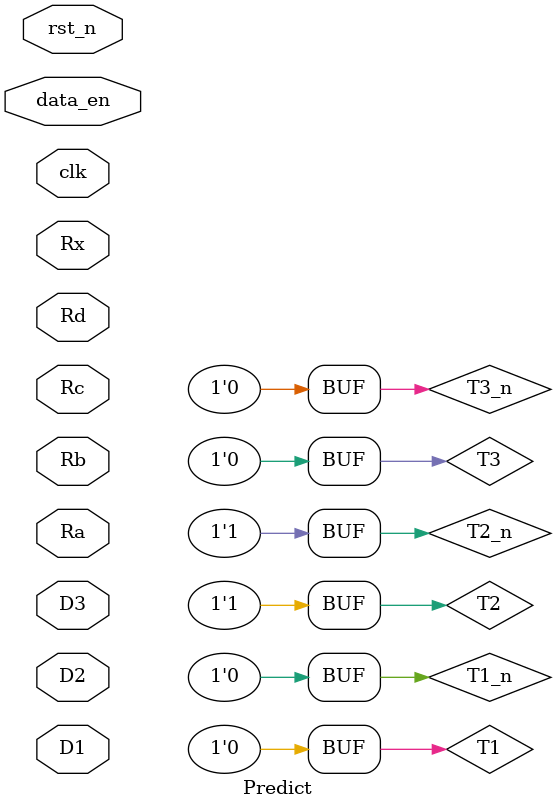
<source format=v>
module Predict (
	input wire clk,    
	input wire rst_n, 

	//data ports
	input wire [15:0] Rx,
	input wire [15:0] Ra,
	input wire [15:0] Rb,
	input wire [15:0] Rc,
	input wire [15:0] Rd,
	input wire  [15:0] D1,
	input wire  [15:0] D2,
	input wire  [15:0] D3,
	input wire  data_en
);
//step 1 Quantization of gradient
reg [3:0] Q1;
reg [3:0] Q2;
reg [3:0] Q3;

assign 			T1 = 'd18;//=(bpp-7)*3+near;
assign 			T2 = 'd67;//=(bpp-7)*7+2*near;
assign 			T3 = 'd276;//=(bpp-7)*21+3*near;
assign 			T1_n = 0 - 'd18;//=(bpp-7)*3+near;
assign 			T2_n = 0 - 'd67;//=(bpp-7)*7+2*near;
assign 			T3_n = 0 - 'd276;//=(bpp-7)*21+3*near;

always @(*) begin:Q1_value
	if (D1==0) begin
		Q1 <= 0;
	end else if (D1[15]==1&&D1<T3_n) begin
		Q1 <= 0-4;
	end else if (D1[15]==1&&D1<T2_n&&D1>T3_n) begin
		Q1 <= 0-3;
	end else if (D1[15]==1&&D1<T1_n&&D1>T2_n) begin
		Q1 <= 0-2;
	end else if (D1[15]==1&&D1>T1_n) begin
		Q1 <= 0-1;
	end else if (D1[15]==0&&D1<T1) begin
		Q1 <= 1;
	end else if (D1[15]==0&&D1>T1&&D1<T2) begin
		Q1 <= 2;
	end else if (D1[15]==0&&D1>T2&&D1<T3) begin
		Q1 <= 3;
	end else if (D1[15]==0&&D1>T3) begin
		Q1 <= 4;
	end else begin
		Q1 <= 0;
	end
end
always @(*) begin:Q2_value
	if (D2==0) begin
		Q2 <= 0;
	end else if (D2[15]==1&&D2<T3_n) begin
		Q2 <= 0-4;
	end else if (D2[15]==1&&D2<T2_n&&D2>T3_n) begin
		Q2 <= 0-3;
	end else if (D2[15]==1&&D2<T1_n&&D2>T2_n) begin
		Q2 <= 0-2;
	end else if (D2[15]==1&&D2>T1_n) begin
		Q2 <= 0-1;
	end else if (D2[15]==0&&D2<T1) begin
		Q2 <= 1;
	end else if (D2[15]==0&&D2>T1&&D2<T2) begin
		Q2 <= 2;
	end else if (D2[15]==0&&D2>T2&&D2<T3) begin
		Q2 <= 3;
	end else if (D2[15]==0&&D2>T3) begin
		Q2 <= 4;
	end else begin
		Q2 <= 0;
	end
end
always @(*) begin:Q3_value
	if (D3==0) begin
		Q3 <= 0;
	end else if (D3[15]==1&&D3<T3_n) begin
		Q3 <= 0-4;
	end else if (D3[15]==1&&D3<T2_n&&D3>T3_n) begin
		Q3 <= 0-3;
	end else if (D3[15]==1&&D3<T1_n&&D3>T2_n) begin
		Q3 <= 0-2;
	end else if (D3[15]==1&&D3>T1_n) begin
		Q3 <= 0-1;
	end else if (D3[15]==0&&D3<T1) begin
		Q3 <= 1;
	end else if (D3[15]==0&&D3>T1&&D3<T2) begin
		Q3 <= 2;
	end else if (D3[15]==0&&D3>T2&&D3<T3) begin
		Q3 <= 3;
	end else if (D3[15]==0&&D3>T3) begin
		Q3 <= 4;
	end else begin
		Q3 <= 0;
	end
end
//step 2 Q value
assign Q = (Q1*9 + Q2)*9 + Q3;
//step 3 Sobel detect
reg [15:0] Px;
always @(posedge clk or negedge rst_n) begin : proc_Px
	if(~rst_n) begin
		Px <= 0;
	end else if(Rc>Ra&&Rc>Rb)begin
		if (Ra<Rb) begin
			Px <= Ra;
		end
		else begin
			Px <= Rb;
		end	
	end else if(Rc<Ra&&Rc<Rb)begin
		if (Ra<Rb) begin
			Px <= Rb;
		end
		else begin
			Px <= Ra;
		end	
	end else if((Rc<Ra&&Rc>Rb)||(Rc>Ra&&Rc<Rb))begin
			Px <= Ra + Rb -Rc;	
	end
end
//step 4 Correction of predicted values
wire [15:0] Px_r;
reg  [15:0] SIGN;
always @(*) begin: get_SIGN_Q
	if (Q1[3] == 1'b1) begin
		SIGN <= 1'b1;
	end else if (Q2[3] == 1'b1 && Q1 == 'd0) begin
		SIGN <= 1'b1;
	end else if (Q3[3] == 1'b1 && Q2 == 'd0 && Q1 == 'd0) begin
		SIGN <= 1'b1;
	end else begin
		SIGN <= 1'b0;
	end
end

assign Px_r = Px + SIGN*CQ;
//step 5 Calculation of prediction error
//step 6 Modulus subtraction and mapping of prediction errors
//step 7 Update of encoding parameters
reg CQ;
//step 8 Coding of prediction error

endmodule : Predict
</source>
